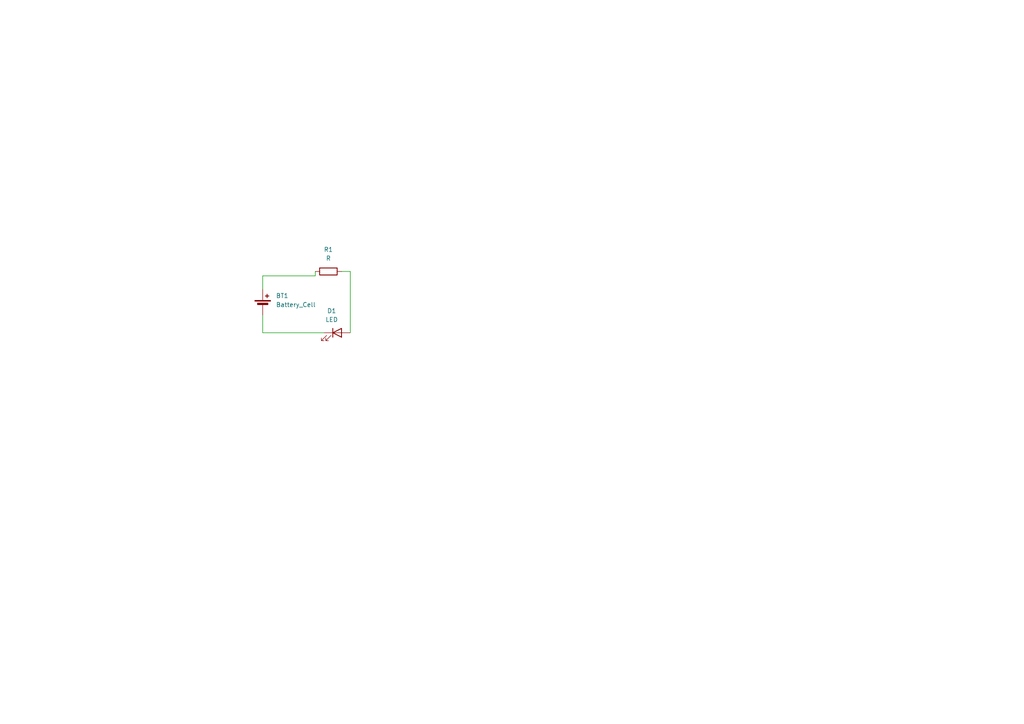
<source format=kicad_sch>
(kicad_sch (version 20231120) (generator "eeschema") (generator_version "8.0")
  (paper "A4")
  (lib_symbols
    (symbol "Device:Battery_Cell" (pin_numbers hide) (pin_names (offset 0) hide)
      (property "Reference" "BT" (at 2.54 2.54 0))
      (property "Value" "Battery_Cell" (at 2.54 0 0))
      (symbol "Battery_Cell_0_1"
        (rectangle (start -2.286 1.778) (end 2.286 1.524) (fill (type outline)))
        (rectangle (start -1.524 1.016) (end 1.524 0.508) (fill (type outline)))
        (polyline (pts (xy 0 0.762) (xy 0 0)))
        (polyline (pts (xy 0 1.778) (xy 0 2.54)))
        (polyline (pts (xy 0.762 3.048) (xy 1.778 3.048)) (stroke (width 0.254)))
        (polyline (pts (xy 1.27 3.556) (xy 1.27 2.54)) (stroke (width 0.254)))
      )
      (symbol "Battery_Cell_1_1"
        (pin passive line (at 0 5.08 270) (length 2.54) (name "+") (number "1"))
        (pin passive line (at 0 -2.54 90) (length 2.54) (name "-") (number "2"))
      )
    )
    (symbol "Device:LED" (pin_numbers hide) (pin_names (offset 1.016) hide)
      (property "Reference" "D" (at 0 2.54 0))
      (property "Value" "LED" (at 0 -2.54 0))
      (symbol "LED_0_1"
        (polyline (pts (xy -1.27 -1.27) (xy -1.27 1.27)) (stroke (width 0.254)))
        (polyline (pts (xy -1.27 0) (xy 1.27 0)))
        (polyline (pts (xy 1.27 -1.27) (xy 1.27 1.27) (xy -1.27 0) (xy 1.27 -1.27)) (stroke (width 0.254)))
        (polyline (pts (xy -3.048 -0.762) (xy -4.572 -2.286) (xy -3.81 -2.286) (xy -4.572 -2.286) (xy -4.572 -1.524)))
        (polyline (pts (xy -1.778 -0.762) (xy -3.302 -2.286) (xy -2.54 -2.286) (xy -3.302 -2.286) (xy -3.302 -1.524)))
      )
      (symbol "LED_1_1"
        (pin passive line (at -3.81 0 0) (length 2.54) (name "K") (number "1"))
        (pin passive line (at 3.81 0 180) (length 2.54) (name "A") (number "2"))
      )
    )
    (symbol "Device:R" (pin_numbers hide) (pin_names (offset 0))
      (property "Reference" "R" (at 2.032 0 90))
      (property "Value" "R" (at 0 0 90))
      (symbol "R_0_1"
        (rectangle (start -1.016 -2.54) (end 1.016 2.54) (stroke (width 0.254)))
      )
      (symbol "R_1_1"
        (pin passive line (at 0 3.81 270) (length 1.27) (name "~") (number "1"))
        (pin passive line (at 0 -3.81 90) (length 1.27) (name "~") (number "2"))
      )
    )
  )
  (wire (pts (xy 101.6 78.74) (xy 99.06 78.74)))
  (wire (pts (xy 76.2 96.52) (xy 93.98 96.52)))
  (wire (pts (xy 76.2 91.44) (xy 76.2 96.52)))
  (wire (pts (xy 101.6 96.52) (xy 101.6 78.74)))
  (wire (pts (xy 91.44 80.01) (xy 91.44 78.74)))
  (wire (pts (xy 76.2 80.01) (xy 76.2 83.82)))
  (wire (pts (xy 76.2 80.01) (xy 91.44 80.01)))
  (symbol (lib_id "Device:R") (at 95.25 78.74 90) (unit 1)
    (property "Reference" "R1" (at 95.25 72.39 90))
    (property "Value" "R" (at 95.25 74.93 90))
    (property "Footprint" "Resistor_SMD:R_0805_2012Metric_Pad1.20x1.40mm_HandSolder" (effects (hide yes)))
    (property "Description" "Resistor" (effects (hide yes)))
  )
  (symbol (lib_id "Device:Battery_Cell") (at 76.2 88.9 0) (unit 1)
    (property "Reference" "BT1" (at 80.01 85.7884 0) (effects (justify left)))
    (property "Value" "Battery_Cell" (at 80.01 88.392 0) (effects (justify left)))
    (property "Footprint" "Battery:BatteryHolder_Seiko_MS621F" (effects (hide yes)))
    (property "Description" "Single-cell battery" (effects (hide yes)))
  )
  (symbol (lib_id "Device:LED") (at 97.79 96.52 0) (unit 1)
    (property "Reference" "D1" (at 96.2025 90.17 0))
    (property "Value" "LED" (at 96.2025 92.71 0))
    (property "Footprint" "Diode_SMD:D_0805_2012Metric_Pad1.15x1.40mm_HandSolder" (effects (hide yes)))
    (property "Description" "Light emitting diode" (effects (hide yes)))
  )
)
</source>
